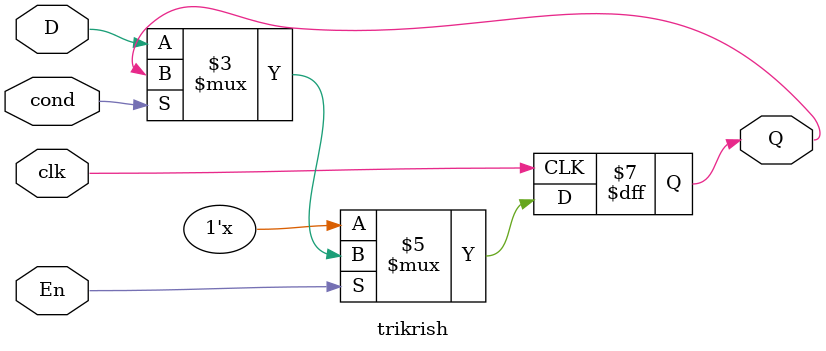
<source format=v>
module trikrish (En,D, cond, clk, Q);
input clk,En,D,cond;
output Q;
reg Q;

always@ (posedge clk)
if(En) Q = (~cond)? D:Q;
else Q = 1'bz;

endmodule

</source>
